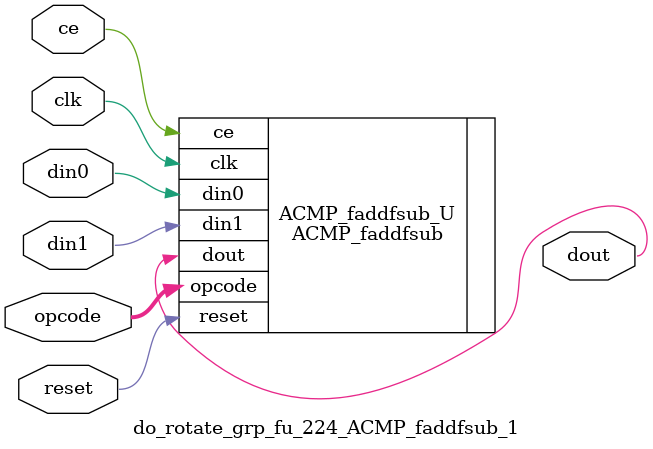
<source format=v>

`timescale 1 ns / 1 ps
module do_rotate_grp_fu_224_ACMP_faddfsub_1(
    clk,
    reset,
    ce,
    din0,
    din1,
    opcode,
    dout);

parameter ID = 32'd1;
parameter NUM_STAGE = 32'd1;
parameter din0_WIDTH = 32'd1;
parameter din1_WIDTH = 32'd1;
parameter dout_WIDTH = 32'd1;
input clk;
input reset;
input ce;
input[din0_WIDTH - 1:0] din0;
input[din1_WIDTH - 1:0] din1;
input[2 - 1:0] opcode;
output[dout_WIDTH - 1:0] dout;



ACMP_faddfsub #(
.ID( ID ),
.NUM_STAGE( 5 ),
.din0_WIDTH( din0_WIDTH ),
.din1_WIDTH( din1_WIDTH ),
.dout_WIDTH( dout_WIDTH ))
ACMP_faddfsub_U(
    .clk( clk ),
    .reset( reset ),
    .ce( ce ),
    .din0( din0 ),
    .din1( din1 ),
    .dout( dout ),
    .opcode( opcode ));

endmodule

</source>
